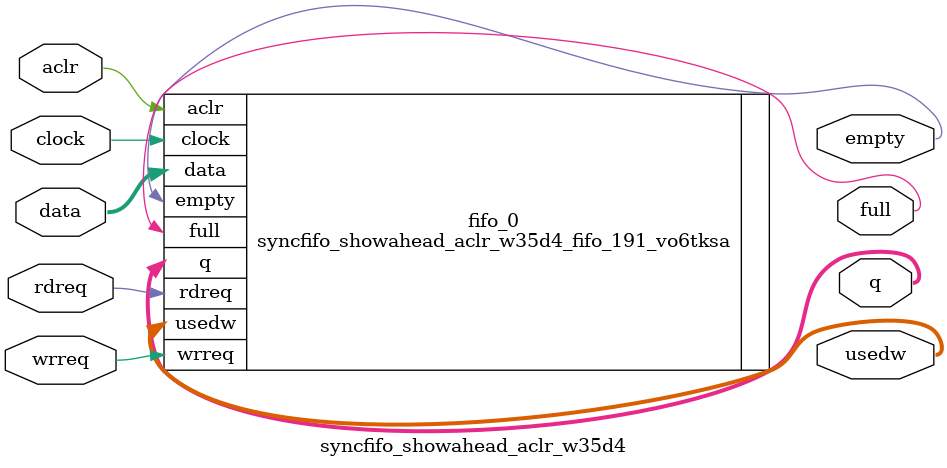
<source format=v>


`timescale 1 ps / 1 ps
module syncfifo_showahead_aclr_w35d4 (
		input  wire [34:0] data,  //  fifo_input.datain
		input  wire        wrreq, //            .wrreq
		input  wire        rdreq, //            .rdreq
		input  wire        clock, //            .clk
		input  wire        aclr,  //            .aclr
		output wire [34:0] q,     // fifo_output.dataout
		output wire [1:0]  usedw, //            .usedw
		output wire        full,  //            .full
		output wire        empty  //            .empty
	);

	syncfifo_showahead_aclr_w35d4_fifo_191_vo6tksa fifo_0 (
		.data  (data),  //  fifo_input.datain
		.wrreq (wrreq), //            .wrreq
		.rdreq (rdreq), //            .rdreq
		.clock (clock), //            .clk
		.aclr  (aclr),  //            .aclr
		.q     (q),     // fifo_output.dataout
		.usedw (usedw), //            .usedw
		.full  (full),  //            .full
		.empty (empty)  //            .empty
	);

endmodule

</source>
